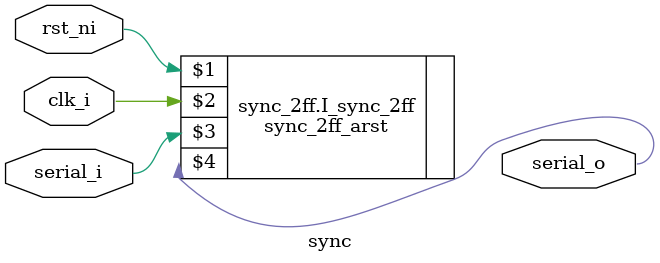
<source format=sv>


module sync #(
    parameter int unsigned STAGES = 2
) (
    input  logic clk_i,
    input  logic rst_ni,
    input  logic serial_i,
    output logic serial_o
);

generate
   if (STAGES == 2) begin : sync_2ff
      sync_2ff_arst I_sync_2ff (rst_ni, clk_i, serial_i, serial_o);
   end // STAGES == 2
   else begin: sync
    logic [STAGES-1:0] reg_q;

    always_ff @(posedge clk_i, negedge rst_ni) begin
        if (!rst_ni) begin
            reg_q <= 'h0;
        end else begin
            reg_q <= {reg_q[STAGES-2:0], serial_i};
        end
    end

    assign serial_o = reg_q[STAGES-1];
   end // STAGES != 2
endgenerate

endmodule

</source>
